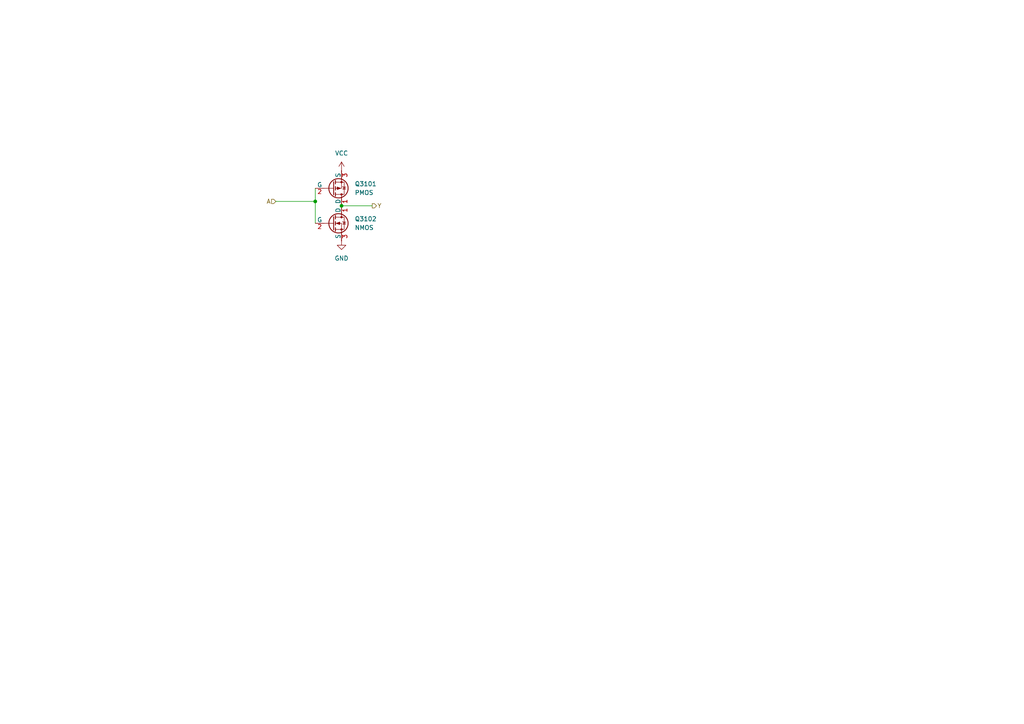
<source format=kicad_sch>
(kicad_sch (version 20250114) (generator "eeschema") (generator_version "9.0")
  (paper "A4")
  (lib_symbols
    (symbol "Simulation_SPICE:NMOS" (pin_names (offset 0))
      (property "Reference" "Q" (at 5.08 1.27 0))
      (property "Value" "NMOS" (at 5.08 -1.27 0))
      (symbol "NMOS_0_1"
        (polyline (pts (xy 0.254 1.905) (xy 0.254 -1.905)) (stroke (width 0.254)))
        (polyline (pts (xy 0.254 0) (xy -2.54 0)))
        (polyline (pts (xy 0.762 2.286) (xy 0.762 1.27)) (stroke (width 0.254)))
        (polyline (pts (xy 0.762 0.508) (xy 0.762 -0.508)) (stroke (width 0.254)))
        (polyline (pts (xy 0.762 -1.27) (xy 0.762 -2.286)) (stroke (width 0.254)))
        (polyline (pts (xy 0.762 -1.778) (xy 3.302 -1.778) (xy 3.302 1.778) (xy 0.762 1.778)))
        (polyline (pts (xy 1.016 0) (xy 2.032 0.381) (xy 2.032 -0.381) (xy 1.016 0)) (fill (type outline)))
        (circle (center 1.651 0) (radius 2.794) (stroke (width 0.254)))
        (polyline (pts (xy 2.54 2.54) (xy 2.54 1.778)))
        (circle (center 2.54 1.778) (radius 0.254) (fill (type outline)))
        (circle (center 2.54 -1.778) (radius 0.254) (fill (type outline)))
        (polyline (pts (xy 2.54 -2.54) (xy 2.54 0) (xy 0.762 0)))
        (polyline (pts (xy 2.794 0.508) (xy 2.921 0.381) (xy 3.683 0.381) (xy 3.81 0.254)))
        (polyline (pts (xy 3.302 0.381) (xy 2.921 -0.254) (xy 3.683 -0.254) (xy 3.302 0.381)))
      )
      (symbol "NMOS_1_1"
        (pin input line (at -5.08 0 0) (length 2.54) (name "G") (number "2"))
        (pin passive line (at 2.54 5.08 270) (length 2.54) (name "D") (number "1"))
        (pin passive line (at 2.54 -5.08 90) (length 2.54) (name "S") (number "3"))
      )
    )
    (symbol "Simulation_SPICE:PMOS" (pin_names (offset 0))
      (property "Reference" "Q" (at 5.08 1.27 0))
      (property "Value" "PMOS" (at 5.08 -1.27 0))
      (symbol "PMOS_0_1"
        (polyline (pts (xy 0.254 1.905) (xy 0.254 -1.905)) (stroke (width 0.254)))
        (polyline (pts (xy 0.254 0) (xy -2.54 0)))
        (polyline (pts (xy 0.762 2.286) (xy 0.762 1.27)) (stroke (width 0.254)))
        (polyline (pts (xy 0.762 1.778) (xy 3.302 1.778) (xy 3.302 -1.778) (xy 0.762 -1.778)))
        (polyline (pts (xy 0.762 0.508) (xy 0.762 -0.508)) (stroke (width 0.254)))
        (polyline (pts (xy 0.762 -1.27) (xy 0.762 -2.286)) (stroke (width 0.254)))
        (circle (center 1.651 0) (radius 2.794) (stroke (width 0.254)))
        (polyline (pts (xy 2.286 0) (xy 1.27 0.381) (xy 1.27 -0.381) (xy 2.286 0)) (fill (type outline)))
        (polyline (pts (xy 2.54 2.54) (xy 2.54 1.778)))
        (circle (center 2.54 1.778) (radius 0.254) (fill (type outline)))
        (circle (center 2.54 -1.778) (radius 0.254) (fill (type outline)))
        (polyline (pts (xy 2.54 -2.54) (xy 2.54 0) (xy 0.762 0)))
        (polyline (pts (xy 2.794 -0.508) (xy 2.921 -0.381) (xy 3.683 -0.381) (xy 3.81 -0.254)))
        (polyline (pts (xy 3.302 -0.381) (xy 2.921 0.254) (xy 3.683 0.254) (xy 3.302 -0.381)))
      )
      (symbol "PMOS_1_1"
        (pin input line (at -5.08 0 0) (length 2.54) (name "G") (number "2"))
        (pin passive line (at 2.54 5.08 270) (length 2.54) (name "D") (number "1"))
        (pin passive line (at 2.54 -5.08 90) (length 2.54) (name "S") (number "3"))
      )
    )
    (symbol "power:GND" (power) (pin_numbers (hide yes)) (pin_names (offset 0) (hide yes))
      (property "Value" "GND" (at 0 -3.81 0))
      (symbol "GND_0_1"
        (polyline (pts (xy 0 0) (xy 0 -1.27) (xy 1.27 -1.27) (xy 0 -2.54) (xy -1.27 -1.27) (xy 0 -1.27)))
      )
      (symbol "GND_1_1"
        (pin power_in line (at 0 0 270) (length 0) (name "~") (number "1"))
      )
    )
    (symbol "power:VCC" (power) (pin_numbers (hide yes)) (pin_names (offset 0) (hide yes))
      (property "Value" "VCC" (at 0 3.556 0))
      (symbol "VCC_0_1"
        (polyline (pts (xy -0.762 1.27) (xy 0 2.54)))
        (polyline (pts (xy 0 2.54) (xy 0.762 1.27)))
        (polyline (pts (xy 0 0) (xy 0 2.54)))
      )
      (symbol "VCC_1_1"
        (pin power_in line (at 0 0 90) (length 0) (name "~") (number "1"))
      )
    )
  )
  (junction (at 91.44 58.42))
  (junction (at 99.06 59.69))
  (wire (pts (xy 91.44 58.42) (xy 91.44 64.77)))
  (wire (pts (xy 99.06 59.69) (xy 107.95 59.69)))
  (wire (pts (xy 91.44 54.61) (xy 91.44 58.42)))
  (wire (pts (xy 80.01 58.42) (xy 91.44 58.42)))
  (hierarchical_label "A" (shape input) (at 80.01 58.42 180))
  (hierarchical_label "Y" (shape output) (at 107.95 59.69 0))
  (symbol (lib_id "Simulation_SPICE:NMOS") (at 96.52 64.77 0) (unit 1)
    (property "Reference" "Q3102" (at 102.87 63.4999 0) (effects (justify left)))
    (property "Value" "NMOS" (at 102.87 66.0399 0) (effects (justify left)))
    (property "Datasheet" "https://ngspice.sourceforge.io/docs/ngspice-html-manual/manual.xhtml#cha_MOSFETs" (effects (hide yes)))
    (property "Description" "N-MOSFET transistor, drain/source/gate" (effects (hide yes)))
    (property "Sim.Device" "NMOS" (effects (hide yes)))
    (property "Sim.Type" "MOS1" (effects (hide yes)))
    (property "Sim.Pins" "1=D 2=G 3=S" (effects (hide yes)))
  )
  (symbol (lib_id "power:GND") (at 99.06 69.85 0) (unit 1)
    (property "Reference" "#PWR03102" (effects (hide yes)))
    (property "Value" "GND" (at 99.06 74.93 0))
    (property "Description" "Power symbol creates a global label with name \"GND\" , ground" (effects (hide yes)))
  )
  (symbol (lib_id "Simulation_SPICE:PMOS") (at 96.52 54.61 0) (mirror x) (unit 1)
    (property "Reference" "Q3101" (at 102.87 53.3399 0) (effects (justify left)))
    (property "Value" "PMOS" (at 102.87 55.8799 0) (effects (justify left)))
    (property "Datasheet" "https://ngspice.sourceforge.io/docs/ngspice-html-manual/manual.xhtml#cha_MOSFETs" (effects (hide yes)))
    (property "Description" "P-MOSFET transistor, drain/source/gate" (effects (hide yes)))
    (property "Sim.Device" "PMOS" (effects (hide yes)))
    (property "Sim.Type" "MOS1" (effects (hide yes)))
    (property "Sim.Pins" "1=D 2=G 3=S" (effects (hide yes)))
  )
  (symbol (lib_id "power:VCC") (at 99.06 49.53 0) (unit 1)
    (property "Reference" "#PWR03101" (effects (hide yes)))
    (property "Value" "VCC" (at 99.06 44.45 0))
    (property "Description" "Power symbol creates a global label with name \"VCC\"" (effects (hide yes)))
  )
)
</source>
